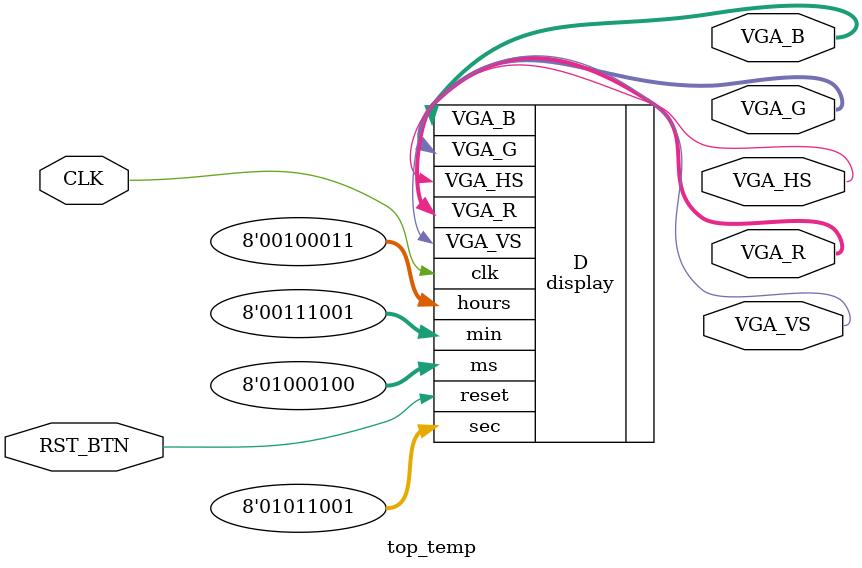
<source format=v>
`timescale 1ns / 1ps


module top_temp(input wire CLK,             // board clock: 100 MHz on Arty/Basys3/Nexys
    input wire RST_BTN,     
    output wire VGA_HS,       // horizontal sync output
    output wire VGA_VS,       // vertical sync output
    output wire [3:0] VGA_R,    // 4-bit VGA red output
    output wire [3:0] VGA_G,    // 4-bit VGA green output
    output wire [3:0] VGA_B     // 4-bit VGA blue output

    );
    
    //top_square(.CLK(CLK), .RST_BTN(RST_BTN),.random_num(8'b00000001), .hit(8'b000000000), .VGA_HS(VGA_HS), .VGA_VS(VGA_VS),.VGA_R(VGA_R),.VGA_G(VGA_G),.VGA_B(VGA_B));
    
    
    display D(.clk(CLK), .reset(RST_BTN),.hours(8'b00100011), .min(8'b00111001), .sec(8'b01011001), .ms(8'b01000100), .VGA_HS(VGA_HS), .VGA_VS(VGA_VS),.VGA_R(VGA_R),.VGA_G(VGA_G),.VGA_B(VGA_B));
    
endmodule

</source>
